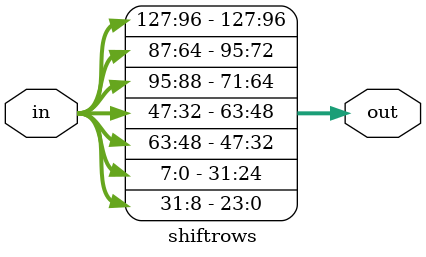
<source format=v>
`timescale 1ns / 1ps
/*
4x4lük bir matrise 128 bit yerleþtirildiðinde aþaðýdaki gibi dizilir.

127:120	  119:112   111:104	  103:96
95:88	  87:80	    79:72	  71:64
63:56	  55:48	    47:40	  39:32
31:24	  23:16	    15:8	  7:0

*/
module shiftrows(
input [127:0]in,
output [127:0]out
    );

//1. Satýr elemanlarý 0 birim sola kaydýrýlýyor. Deðiþiklik yapýlmýyor. 
//1. Satýrýn önceki hali:   127:120	 119:112   111:104 	 103:96
//1. Satýrýn þimdiki hali:  127:120	 119:112   111:104 	 103:96
assign out[127:96]=in[127:96];
    
//2. Satýr elemanlarý 1 birim sola kaydýrýlýyor.
//2. Satýrýn önceki hali:  95:88	87:80	  79:72	    71:64
//2. Satýrýn þimdiki hali: 87:80	79:72	  71:64     95:88
assign out[95:88]=in[87:80];
assign out[87:80]=in[79:72];
assign out[79:72]=in[71:64];
assign out[71:64]=in[95:88];

//3. Satýr elemanlarý 2 birim sola kaydýrýlýyor.
//3. Satýrýn önceki hali:  63:56  55:48	  47:40	  39:32
//3. Satýrýn þimdiki hali: 47:40  39:32   63:56	  55:48
assign out[63:56]=in[47:40];
assign out[55:48]=in[39:32];
assign out[47:40]=in[63:56];
assign out[39:32]=in[55:48];

//4. Satýr elemanlarý 3 birim sola kaydýrýlýyor.
//4. Satýrýn önceki hali:   31:24 	 23:16	  15:8	   7:0
//4. Satýrýn þimdiki hali:  7:0	     31:24	  23:16	   15:8	  
assign out[31:24]=in[7:0];
assign out[23:16]=in[31:24];
assign out[15:8]=in[23:16];
assign out[7:0]=in[15:8];

endmodule

</source>
